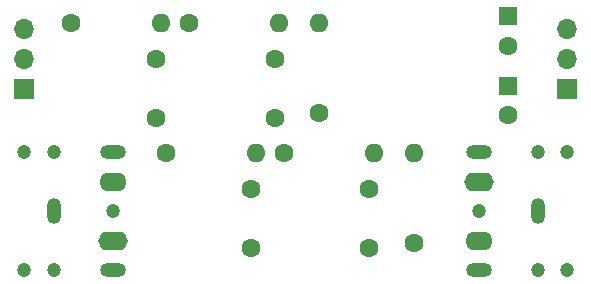
<source format=gbr>
%TF.GenerationSoftware,KiCad,Pcbnew,8.0.7*%
%TF.CreationDate,2025-07-31T15:36:56+01:00*%
%TF.ProjectId,PWMOutputFilter,50574d4f-7574-4707-9574-46696c746572,rev?*%
%TF.SameCoordinates,Original*%
%TF.FileFunction,Soldermask,Top*%
%TF.FilePolarity,Negative*%
%FSLAX46Y46*%
G04 Gerber Fmt 4.6, Leading zero omitted, Abs format (unit mm)*
G04 Created by KiCad (PCBNEW 8.0.7) date 2025-07-31 15:36:56*
%MOMM*%
%LPD*%
G01*
G04 APERTURE LIST*
%ADD10C,1.600000*%
%ADD11O,1.600000X1.600000*%
%ADD12R,1.700000X1.700000*%
%ADD13O,1.700000X1.700000*%
%ADD14O,2.500000X1.600000*%
%ADD15O,2.200000X1.200000*%
%ADD16O,1.200000X2.200000*%
%ADD17O,2.300000X1.600000*%
%ADD18C,1.200000*%
%ADD19R,1.600000X1.600000*%
G04 APERTURE END LIST*
D10*
%TO.C,C2*%
X81200000Y-71500000D03*
X81200000Y-76500000D03*
%TD*%
%TO.C,C1*%
X71200000Y-71500000D03*
X71200000Y-76500000D03*
%TD*%
%TO.C,C5*%
X73200000Y-60500000D03*
X73200000Y-65500000D03*
%TD*%
%TO.C,C4*%
X63200000Y-60500000D03*
X63200000Y-65500000D03*
%TD*%
%TO.C,R6*%
X77000000Y-65125000D03*
D11*
X77000000Y-57505000D03*
%TD*%
D10*
%TO.C,R5*%
X66000000Y-57500000D03*
D11*
X73620000Y-57500000D03*
%TD*%
D10*
%TO.C,R4*%
X56000000Y-57500000D03*
D11*
X63620000Y-57500000D03*
%TD*%
D10*
%TO.C,R3*%
X85000000Y-76125000D03*
D11*
X85000000Y-68505000D03*
%TD*%
D10*
%TO.C,R2*%
X74000000Y-68500000D03*
D11*
X81620000Y-68500000D03*
%TD*%
D10*
%TO.C,R1*%
X64000000Y-68500000D03*
D11*
X71620000Y-68500000D03*
%TD*%
D12*
%TO.C,J4*%
X98000000Y-63080000D03*
D13*
X98000000Y-60540000D03*
X98000000Y-58000000D03*
%TD*%
D12*
%TO.C,J3*%
X52000000Y-63080000D03*
D13*
X52000000Y-60540000D03*
X52000000Y-58000000D03*
%TD*%
D14*
%TO.C,J2*%
X59500000Y-75900000D03*
D15*
X59500000Y-78400000D03*
D16*
X54500000Y-73400000D03*
D17*
X59500000Y-70900000D03*
D15*
X59500000Y-68400000D03*
D18*
X52000000Y-78400000D03*
X54500000Y-78400000D03*
X59500000Y-73400000D03*
X52000000Y-68400000D03*
X54500000Y-68400000D03*
%TD*%
D14*
%TO.C,J1*%
X90500000Y-70900000D03*
D15*
X90500000Y-68400000D03*
D16*
X95500000Y-73400000D03*
D17*
X90500000Y-75900000D03*
D15*
X90500000Y-78400000D03*
D18*
X98000000Y-68400000D03*
X95500000Y-68400000D03*
X90500000Y-73400000D03*
X98000000Y-78400000D03*
X95500000Y-78400000D03*
%TD*%
D19*
%TO.C,C6*%
X93000000Y-56900000D03*
D10*
X93000000Y-59400000D03*
%TD*%
D19*
%TO.C,C3*%
X93000000Y-62800000D03*
D10*
X93000000Y-65300000D03*
%TD*%
M02*

</source>
